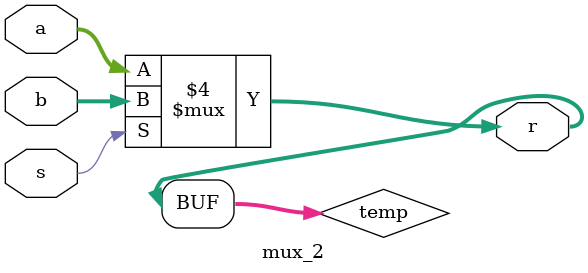
<source format=v>
`timescale 1ns / 1ps
module mux_2 #(parameter WIDTH = 32)(
		input [WIDTH - 1:0] a, 
		input [WIDTH - 1:0] b,
		input s,
		output [WIDTH - 1:0] r
	);
		reg [WIDTH - 1:0] temp;
		assign r=temp;
		always @ (*) begin
				if (s==0)
						temp=a;
				else 
						temp=b;
		end
  

endmodule

</source>
